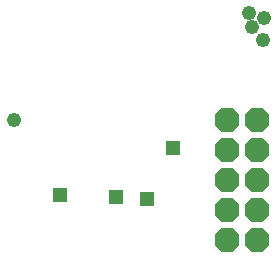
<source format=gbs>
G75*
%MOIN*%
%OFA0B0*%
%FSLAX25Y25*%
%IPPOS*%
%LPD*%
%AMOC8*
5,1,8,0,0,1.08239X$1,22.5*
%
%ADD10OC8,0.08200*%
%ADD11C,0.04800*%
%ADD12R,0.04762X0.04762*%
D10*
X0091000Y0011000D03*
X0101000Y0011000D03*
X0101000Y0021000D03*
X0091000Y0021000D03*
X0091000Y0031000D03*
X0101000Y0031000D03*
X0101000Y0041000D03*
X0091000Y0041000D03*
X0091000Y0051000D03*
X0101000Y0051000D03*
D11*
X0103050Y0077650D03*
X0099550Y0082000D03*
X0103400Y0084800D03*
X0098300Y0086400D03*
X0020000Y0051000D03*
D12*
X0035250Y0025800D03*
X0054100Y0025250D03*
X0064450Y0024650D03*
X0073000Y0041350D03*
M02*

</source>
